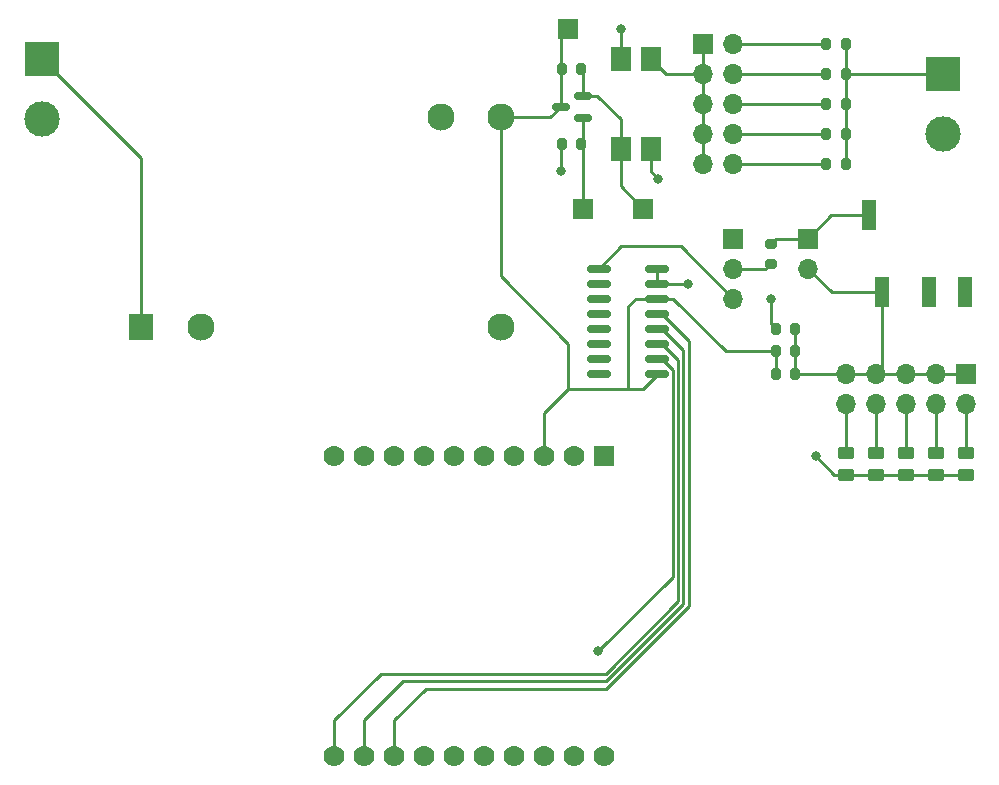
<source format=gtl>
G04 #@! TF.GenerationSoftware,KiCad,Pcbnew,(6.0.0-0)*
G04 #@! TF.CreationDate,2022-10-12T14:44:46+02:00*
G04 #@! TF.ProjectId,prototype-2,70726f74-6f74-4797-9065-2d322e6b6963,rev?*
G04 #@! TF.SameCoordinates,Original*
G04 #@! TF.FileFunction,Copper,L1,Top*
G04 #@! TF.FilePolarity,Positive*
%FSLAX46Y46*%
G04 Gerber Fmt 4.6, Leading zero omitted, Abs format (unit mm)*
G04 Created by KiCad (PCBNEW (6.0.0-0)) date 2022-10-12 14:44:46*
%MOMM*%
%LPD*%
G01*
G04 APERTURE LIST*
G04 Aperture macros list*
%AMRoundRect*
0 Rectangle with rounded corners*
0 $1 Rounding radius*
0 $2 $3 $4 $5 $6 $7 $8 $9 X,Y pos of 4 corners*
0 Add a 4 corners polygon primitive as box body*
4,1,4,$2,$3,$4,$5,$6,$7,$8,$9,$2,$3,0*
0 Add four circle primitives for the rounded corners*
1,1,$1+$1,$2,$3*
1,1,$1+$1,$4,$5*
1,1,$1+$1,$6,$7*
1,1,$1+$1,$8,$9*
0 Add four rect primitives between the rounded corners*
20,1,$1+$1,$2,$3,$4,$5,0*
20,1,$1+$1,$4,$5,$6,$7,0*
20,1,$1+$1,$6,$7,$8,$9,0*
20,1,$1+$1,$8,$9,$2,$3,0*%
G04 Aperture macros list end*
G04 #@! TA.AperFunction,SMDPad,CuDef*
%ADD10RoundRect,0.250000X0.450000X-0.262500X0.450000X0.262500X-0.450000X0.262500X-0.450000X-0.262500X0*%
G04 #@! TD*
G04 #@! TA.AperFunction,ComponentPad*
%ADD11R,1.700000X1.700000*%
G04 #@! TD*
G04 #@! TA.AperFunction,ComponentPad*
%ADD12O,1.700000X1.700000*%
G04 #@! TD*
G04 #@! TA.AperFunction,SMDPad,CuDef*
%ADD13R,1.780000X2.000000*%
G04 #@! TD*
G04 #@! TA.AperFunction,SMDPad,CuDef*
%ADD14RoundRect,0.200000X0.200000X0.275000X-0.200000X0.275000X-0.200000X-0.275000X0.200000X-0.275000X0*%
G04 #@! TD*
G04 #@! TA.AperFunction,ComponentPad*
%ADD15R,1.778000X1.778000*%
G04 #@! TD*
G04 #@! TA.AperFunction,ComponentPad*
%ADD16C,1.778000*%
G04 #@! TD*
G04 #@! TA.AperFunction,SMDPad,CuDef*
%ADD17R,1.200000X2.500000*%
G04 #@! TD*
G04 #@! TA.AperFunction,SMDPad,CuDef*
%ADD18RoundRect,0.200000X0.275000X-0.200000X0.275000X0.200000X-0.275000X0.200000X-0.275000X-0.200000X0*%
G04 #@! TD*
G04 #@! TA.AperFunction,ComponentPad*
%ADD19R,2.000000X2.300000*%
G04 #@! TD*
G04 #@! TA.AperFunction,ComponentPad*
%ADD20C,2.300000*%
G04 #@! TD*
G04 #@! TA.AperFunction,SMDPad,CuDef*
%ADD21RoundRect,0.200000X-0.200000X-0.275000X0.200000X-0.275000X0.200000X0.275000X-0.200000X0.275000X0*%
G04 #@! TD*
G04 #@! TA.AperFunction,SMDPad,CuDef*
%ADD22RoundRect,0.150000X0.587500X0.150000X-0.587500X0.150000X-0.587500X-0.150000X0.587500X-0.150000X0*%
G04 #@! TD*
G04 #@! TA.AperFunction,ComponentPad*
%ADD23R,3.000000X3.000000*%
G04 #@! TD*
G04 #@! TA.AperFunction,ComponentPad*
%ADD24C,3.000000*%
G04 #@! TD*
G04 #@! TA.AperFunction,SMDPad,CuDef*
%ADD25RoundRect,0.150000X-0.825000X-0.150000X0.825000X-0.150000X0.825000X0.150000X-0.825000X0.150000X0*%
G04 #@! TD*
G04 #@! TA.AperFunction,ViaPad*
%ADD26C,0.800000*%
G04 #@! TD*
G04 #@! TA.AperFunction,Conductor*
%ADD27C,0.250000*%
G04 #@! TD*
G04 APERTURE END LIST*
D10*
X189865000Y-91082500D03*
X189865000Y-89257500D03*
D11*
X176530000Y-71115000D03*
D12*
X176530000Y-73655000D03*
D10*
X187325000Y-91082500D03*
X187325000Y-89257500D03*
D11*
X156210000Y-53340000D03*
D13*
X163195000Y-55880000D03*
X160655000Y-55880000D03*
X160655000Y-63500000D03*
X163195000Y-63500000D03*
D11*
X167640000Y-54610000D03*
D12*
X170180000Y-54610000D03*
X167640000Y-57150000D03*
X170180000Y-57150000D03*
X167640000Y-59690000D03*
X170180000Y-59690000D03*
X167640000Y-62230000D03*
X170180000Y-62230000D03*
X167640000Y-64770000D03*
X170180000Y-64770000D03*
D14*
X179705000Y-59690000D03*
X178055000Y-59690000D03*
X179705000Y-62230000D03*
X178055000Y-62230000D03*
X175450000Y-78740000D03*
X173800000Y-78740000D03*
D15*
X159255000Y-89495000D03*
D16*
X156715000Y-89495000D03*
X154175000Y-89495000D03*
X151635000Y-89495000D03*
X149095000Y-89495000D03*
X146555000Y-89495000D03*
X144015000Y-89495000D03*
X141475000Y-89495000D03*
X138935000Y-89495000D03*
X136395000Y-89495000D03*
X136395000Y-114895000D03*
X138935000Y-114895000D03*
X141475000Y-114895000D03*
X144015000Y-114895000D03*
X146555000Y-114895000D03*
X149095000Y-114895000D03*
X151635000Y-114895000D03*
X154175000Y-114895000D03*
X156715000Y-114895000D03*
X159255000Y-114895000D03*
D17*
X186805000Y-75640000D03*
X189805000Y-75640000D03*
X181705000Y-69140000D03*
X182805000Y-75640000D03*
D18*
X173355000Y-73215000D03*
X173355000Y-71565000D03*
D11*
X162560000Y-68580000D03*
D19*
X120015000Y-78597500D03*
D20*
X125095000Y-78597500D03*
X150495000Y-78597500D03*
X150495000Y-60817500D03*
X145415000Y-60817500D03*
D21*
X155687500Y-56776250D03*
X157337500Y-56776250D03*
D11*
X189865000Y-82550000D03*
D12*
X189865000Y-85090000D03*
X187325000Y-82550000D03*
X187325000Y-85090000D03*
X184785000Y-82550000D03*
X184785000Y-85090000D03*
X182245000Y-82550000D03*
X182245000Y-85090000D03*
X179705000Y-82550000D03*
X179705000Y-85090000D03*
D14*
X179705000Y-64770000D03*
X178055000Y-64770000D03*
X179705000Y-54610000D03*
X178055000Y-54610000D03*
D11*
X157480000Y-68580000D03*
D14*
X157337500Y-63126250D03*
X155687500Y-63126250D03*
D11*
X170180000Y-71135000D03*
D12*
X170180000Y-73675000D03*
X170180000Y-76215000D03*
D10*
X179705000Y-91082500D03*
X179705000Y-89257500D03*
D22*
X157450000Y-60901250D03*
X157450000Y-59001250D03*
X155575000Y-59951250D03*
D14*
X179705000Y-57150000D03*
X178055000Y-57150000D03*
D10*
X182245000Y-91082500D03*
X182245000Y-89257500D03*
D14*
X175450000Y-82550000D03*
X173800000Y-82550000D03*
D23*
X187960000Y-57150000D03*
D24*
X187960000Y-62230000D03*
D21*
X173800000Y-80645000D03*
X175450000Y-80645000D03*
D10*
X184785000Y-91082500D03*
X184785000Y-89257500D03*
D25*
X158815000Y-73660000D03*
X158815000Y-74930000D03*
X158815000Y-76200000D03*
X158815000Y-77470000D03*
X158815000Y-78740000D03*
X158815000Y-80010000D03*
X158815000Y-81280000D03*
X158815000Y-82550000D03*
X163765000Y-82550000D03*
X163765000Y-81280000D03*
X163765000Y-80010000D03*
X163765000Y-78740000D03*
X163765000Y-77470000D03*
X163765000Y-76200000D03*
X163765000Y-74930000D03*
X163765000Y-73660000D03*
D23*
X111625000Y-55880000D03*
D24*
X111625000Y-60960000D03*
D26*
X166370000Y-74930000D03*
X163830000Y-66040000D03*
X155575000Y-65405000D03*
X173355000Y-76200000D03*
X177165000Y-89535000D03*
X160655000Y-53340000D03*
X158750000Y-106045000D03*
D27*
X175450000Y-80645000D02*
X175450000Y-78740000D01*
X189865000Y-82550000D02*
X187325000Y-82550000D01*
X182805000Y-75640000D02*
X182805000Y-81990000D01*
X175450000Y-82550000D02*
X175450000Y-80645000D01*
X187325000Y-82550000D02*
X184785000Y-82550000D01*
X182805000Y-75640000D02*
X178515000Y-75640000D01*
X179705000Y-82550000D02*
X182245000Y-82550000D01*
X178515000Y-75640000D02*
X176530000Y-73655000D01*
X179705000Y-82550000D02*
X175450000Y-82550000D01*
X182805000Y-81990000D02*
X182245000Y-82550000D01*
X184785000Y-82550000D02*
X182245000Y-82550000D01*
X162560000Y-83820000D02*
X163765000Y-82615000D01*
X165100000Y-76200000D02*
X169545000Y-80645000D01*
X150495000Y-60817500D02*
X150495000Y-74295000D01*
X161290000Y-76835000D02*
X161290000Y-83820000D01*
X154175000Y-85855000D02*
X154175000Y-89495000D01*
X156210000Y-80010000D02*
X156210000Y-83820000D01*
X163765000Y-76200000D02*
X165100000Y-76200000D01*
X156210000Y-53340000D02*
X155575000Y-53975000D01*
X156210000Y-83820000D02*
X154175000Y-85855000D01*
X163765000Y-82615000D02*
X163765000Y-82550000D01*
X161925000Y-76200000D02*
X161290000Y-76835000D01*
X155575000Y-56888750D02*
X155687500Y-56776250D01*
X155575000Y-59951250D02*
X155575000Y-56888750D01*
X173800000Y-80645000D02*
X169545000Y-80645000D01*
X150495000Y-60817500D02*
X154708750Y-60817500D01*
X150495000Y-74295000D02*
X156210000Y-80010000D01*
X155575000Y-53975000D02*
X155575000Y-56663750D01*
X173800000Y-82550000D02*
X173800000Y-80645000D01*
X156210000Y-83820000D02*
X162560000Y-83820000D01*
X155575000Y-56663750D02*
X155687500Y-56776250D01*
X154708750Y-60817500D02*
X155575000Y-59951250D01*
X163765000Y-76200000D02*
X161925000Y-76200000D01*
X157450000Y-60901250D02*
X157450000Y-63013750D01*
X157337500Y-63126250D02*
X157480000Y-63268750D01*
X157450000Y-63013750D02*
X157337500Y-63126250D01*
X157480000Y-63268750D02*
X157480000Y-68580000D01*
X155575000Y-63238750D02*
X155687500Y-63126250D01*
X155575000Y-65405000D02*
X155575000Y-63238750D01*
X163195000Y-63500000D02*
X163195000Y-65405000D01*
X163195000Y-65405000D02*
X163830000Y-66040000D01*
X163765000Y-73660000D02*
X163765000Y-74930000D01*
X163765000Y-74930000D02*
X166370000Y-74930000D01*
X173355000Y-78295000D02*
X173800000Y-78740000D01*
X173355000Y-76200000D02*
X173355000Y-78295000D01*
X184785000Y-89257500D02*
X184785000Y-85090000D01*
X182245000Y-89257500D02*
X182245000Y-85090000D01*
X179705000Y-89257500D02*
X179705000Y-85090000D01*
X167640000Y-54610000D02*
X167640000Y-57150000D01*
X167640000Y-57150000D02*
X164465000Y-57150000D01*
X167640000Y-62230000D02*
X167640000Y-64770000D01*
X164465000Y-57150000D02*
X163195000Y-55880000D01*
X167640000Y-57150000D02*
X167640000Y-59690000D01*
X167640000Y-59690000D02*
X167640000Y-62230000D01*
X170180000Y-59690000D02*
X178055000Y-59690000D01*
X170180000Y-62230000D02*
X178055000Y-62230000D01*
X120015000Y-64270000D02*
X111625000Y-55880000D01*
X120015000Y-78597500D02*
X120015000Y-64270000D01*
X157450000Y-56888750D02*
X157337500Y-56776250D01*
X158696250Y-59001250D02*
X157450000Y-59001250D01*
X160655000Y-63500000D02*
X160655000Y-66675000D01*
X160655000Y-66675000D02*
X162560000Y-68580000D01*
X160655000Y-63500000D02*
X160655000Y-60960000D01*
X160655000Y-60960000D02*
X158696250Y-59001250D01*
X157450000Y-59001250D02*
X157450000Y-56888750D01*
X170180000Y-64770000D02*
X178055000Y-64770000D01*
X187325000Y-91082500D02*
X184785000Y-91082500D01*
X182245000Y-91082500D02*
X179705000Y-91082500D01*
X178712500Y-91082500D02*
X177165000Y-89535000D01*
X176530000Y-71115000D02*
X173805000Y-71115000D01*
X178505000Y-69140000D02*
X176530000Y-71115000D01*
X189865000Y-91082500D02*
X187325000Y-91082500D01*
X184785000Y-91082500D02*
X182245000Y-91082500D01*
X179705000Y-91082500D02*
X178712500Y-91082500D01*
X181705000Y-69140000D02*
X178505000Y-69140000D01*
X173805000Y-71115000D02*
X173355000Y-71565000D01*
X179705000Y-57150000D02*
X179705000Y-59690000D01*
X179705000Y-59690000D02*
X179705000Y-62230000D01*
X179705000Y-57150000D02*
X187960000Y-57150000D01*
X179705000Y-62230000D02*
X179705000Y-64770000D01*
X179705000Y-54610000D02*
X179705000Y-57150000D01*
X160655000Y-53340000D02*
X160655000Y-55880000D01*
X173355000Y-73215000D02*
X172895000Y-73675000D01*
X172895000Y-73675000D02*
X170180000Y-73675000D01*
X170180000Y-76215000D02*
X165735000Y-71770000D01*
X165735000Y-71770000D02*
X165735000Y-71755000D01*
X165735000Y-71755000D02*
X160720000Y-71755000D01*
X160720000Y-71755000D02*
X158815000Y-73660000D01*
X165064520Y-82203448D02*
X165064520Y-99730480D01*
X165064520Y-99730480D02*
X158750000Y-106045000D01*
X163765000Y-81280000D02*
X164141072Y-81280000D01*
X164141072Y-81280000D02*
X165064520Y-82203448D01*
X136395000Y-111890000D02*
X136395000Y-114895000D01*
X159385000Y-107950000D02*
X140335000Y-107950000D01*
X164141072Y-80010000D02*
X165514040Y-81382968D01*
X165514040Y-101820960D02*
X159385000Y-107950000D01*
X140335000Y-107950000D02*
X136395000Y-111890000D01*
X165514040Y-81382968D02*
X165514040Y-101820960D01*
X163765000Y-80010000D02*
X164141072Y-80010000D01*
X165963560Y-80562488D02*
X165963560Y-102007157D01*
X138935000Y-111890000D02*
X138935000Y-114895000D01*
X163765000Y-78740000D02*
X164141072Y-78740000D01*
X159385717Y-108585000D02*
X142240000Y-108585000D01*
X165963560Y-102007157D02*
X159385717Y-108585000D01*
X164141072Y-78740000D02*
X165963560Y-80562488D01*
X142240000Y-108585000D02*
X138935000Y-111890000D01*
X163765000Y-77470000D02*
X164141072Y-77470000D01*
X166413080Y-102193355D02*
X166413080Y-102191920D01*
X166413080Y-79742008D02*
X166413080Y-102191920D01*
X159386435Y-109220000D02*
X166413080Y-102193355D01*
X141475000Y-114895000D02*
X141475000Y-111890000D01*
X141475000Y-111890000D02*
X144145000Y-109220000D01*
X164141072Y-77470000D02*
X166413080Y-79742008D01*
X144145000Y-109220000D02*
X159386435Y-109220000D01*
X189865000Y-89257500D02*
X189865000Y-85090000D01*
X187325000Y-89257500D02*
X187325000Y-85090000D01*
X170180000Y-54610000D02*
X178055000Y-54610000D01*
X170180000Y-57150000D02*
X178055000Y-57150000D01*
M02*

</source>
